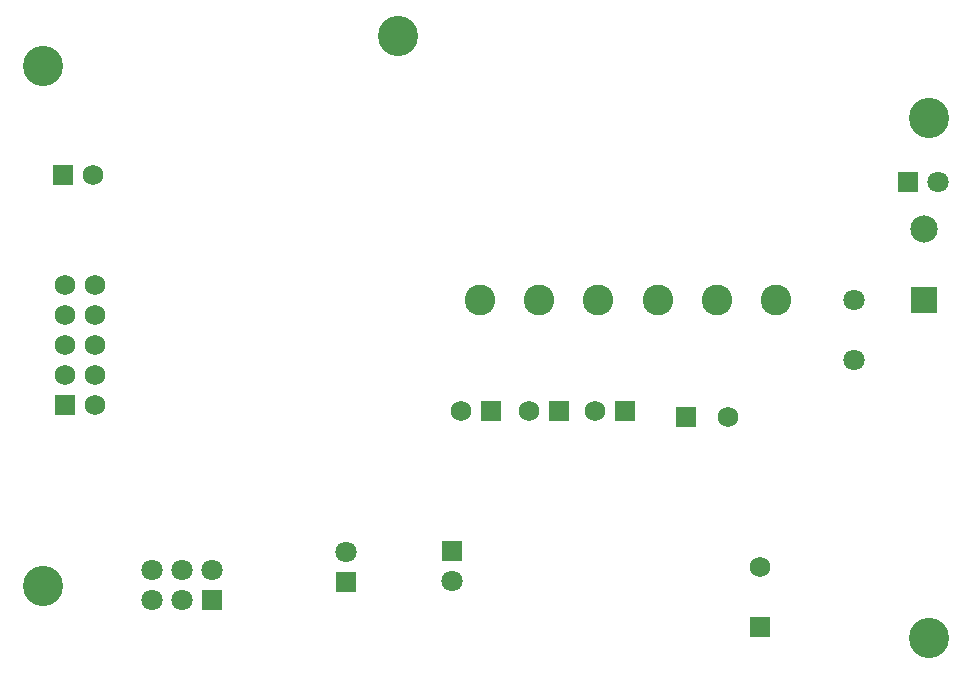
<source format=gbs>
G04 Layer_Color=16711935*
%FSLAX24Y24*%
%MOIN*%
G70*
G01*
G75*
%ADD85C,0.1340*%
%ADD86R,0.0710X0.0710*%
%ADD87C,0.0710*%
%ADD88C,0.0680*%
%ADD89R,0.0680X0.0680*%
%ADD90R,0.0907X0.0907*%
%ADD91C,0.0907*%
%ADD92R,0.0680X0.0680*%
%ADD93R,0.0710X0.0710*%
%ADD94C,0.1025*%
D85*
X24328Y28554D02*
D03*
Y45876D02*
D03*
X53856Y26821D02*
D03*
Y44144D02*
D03*
X36139Y46880D02*
D03*
D86*
X29961Y28071D02*
D03*
X53149Y42008D02*
D03*
D87*
X28961Y28071D02*
D03*
X29961Y29071D02*
D03*
X28961D02*
D03*
X27961Y28071D02*
D03*
Y29071D02*
D03*
X51358Y38073D02*
D03*
Y36073D02*
D03*
X34419Y29691D02*
D03*
X37943Y28715D02*
D03*
X54149Y42008D02*
D03*
D88*
X26039Y36567D02*
D03*
X25039D02*
D03*
X26039Y37567D02*
D03*
Y38567D02*
D03*
Y34567D02*
D03*
Y35567D02*
D03*
X25039Y37567D02*
D03*
Y38567D02*
D03*
Y35567D02*
D03*
X42711Y34390D02*
D03*
X38242D02*
D03*
X40506D02*
D03*
X47146Y34183D02*
D03*
X48228Y29175D02*
D03*
X25970Y42244D02*
D03*
D89*
X25039Y34567D02*
D03*
X48228Y27175D02*
D03*
D90*
X53701Y38081D02*
D03*
D91*
Y40443D02*
D03*
D92*
X43711Y34390D02*
D03*
X39242D02*
D03*
X41506D02*
D03*
X45768Y34183D02*
D03*
X24970Y42244D02*
D03*
D93*
X34419Y28691D02*
D03*
X37943Y29715D02*
D03*
D94*
X46772Y38081D02*
D03*
X48740D02*
D03*
X42835D02*
D03*
X44803D02*
D03*
X38898D02*
D03*
X40866D02*
D03*
M02*

</source>
